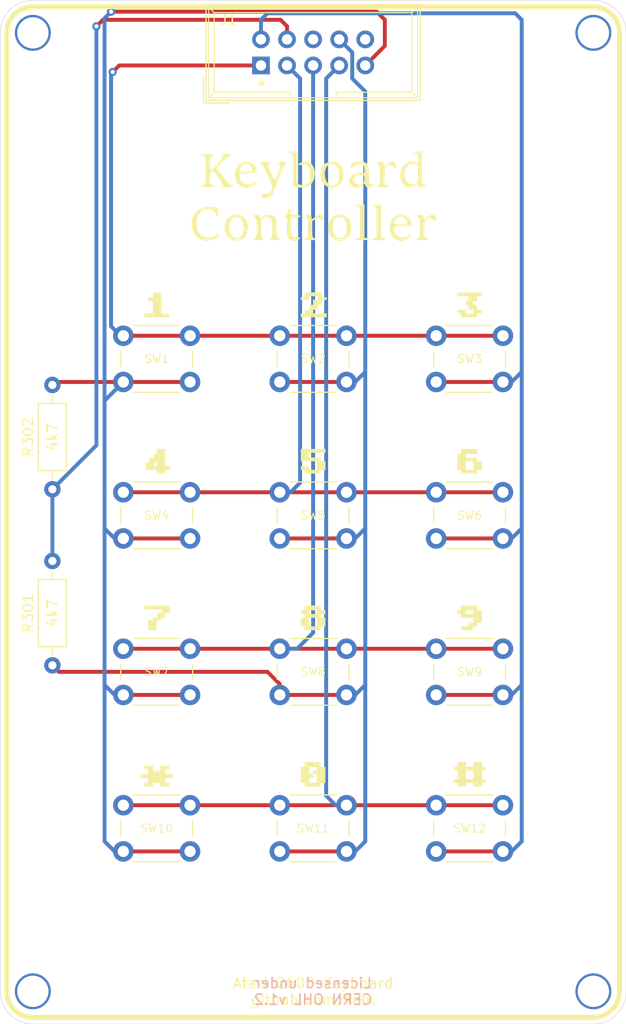
<source format=kicad_pcb>
(kicad_pcb (version 20171130) (host pcbnew "(5.1.8)-1")
  (layers (0 F.Cu signal) (31 B.Cu signal) (34 B.Paste user) (35 F.Paste user) (36 B.SilkS user) (37 F.SilkS user) (38 B.Mask user) (39 F.Mask user) (44 Edge.Cuts user))
  (net 0 "")
  (net 1 BROWN)
  (net 2 RED)
  (net 3 ORANGE)
  (net 4 YELLOW)
  (net 5 GREEN)
  (net 6 BLUE)
  (net 7 VCC)
  (net 8 WHITE)
  (module artwork:title (layer F.Cu) (at 152.4 59.055)
    (fp_text reference G*** hide)
    (fp_text value LOGO hide)
  )
  (module artwork:key_1 (layer F.Cu) (at 137.16 69.85)
    (fp_text reference G*** hide)
    (fp_text value LOGO hide)
  )
  (module artwork:key_0 (layer F.Cu) (at 152.4 115.57)
    (fp_text reference G*** hide)
    (fp_text value LOGO hide)
  )
  (module artwork:key_hash (layer F.Cu) (at 167.64 115.57)
    (fp_text reference G*** hide)
    (fp_text value LOGO hide)
  )
  (module artwork:key_9 (layer F.Cu) (at 167.64 100.33)
    (fp_text reference G*** hide)
    (fp_text value LOGO hide)
  )
  (module artwork:key_8 (layer F.Cu) (at 152.4 100.33)
    (fp_text reference G*** hide)
    (fp_text value LOGO hide)
  )
  (module artwork:key_7 (layer F.Cu) (at 137.16 100.33)
    (fp_text reference G*** hide)
    (fp_text value LOGO hide)
  )
  (module artwork:key_4 (layer F.Cu) (at 137.16 85.09)
    (fp_text reference G*** hide)
    (fp_text value LOGO hide)
  )
  (module artwork:key_6 (layer F.Cu) (at 167.64 85.09)
    (fp_text reference G*** hide)
    (fp_text value LOGO hide)
  )
  (module artwork:key_3 (layer F.Cu) (at 167.64 69.85)
    (fp_text reference G*** hide)
    (fp_text value LOGO hide)
  )
  (module artwork:key_2 (layer F.Cu) (at 152.4 69.85)
    (fp_text reference G*** hide)
    (fp_text value LOGO hide)
  )
  (module artwork:key_star (layer F.Cu) (at 137.16 115.57)
    (fp_text reference G*** hide)
    (fp_text value LOGO hide)
  )
  (module artwork:key_5 (layer F.Cu) (at 152.4 85.09)
    (fp_text reference G*** hide)
    (fp_text value LOGO hide)
  )
  (module IDC_Joystick:IDC_Joystick (layer F.Cu) (at 147.32 46.355 90)
    (fp_text reference J1 (at 4.445 -3.175 180) (layer F.SilkS))
    (fp_text value Atari_IDC)
    (pad 1 thru_hole rect (at 0 0 90) (size 1.7272 1.7272) (drill 1.016) (layers *.Cu *.Mask) (net 1 BROWN))
    (pad 2 thru_hole oval (at 0 2.54 90) (size 1.7272 1.7272) (drill 1.016) (layers *.Cu *.Mask) (net 2 RED))
    (pad 3 thru_hole oval (at 0 5.08 90) (size 1.7272 1.7272) (drill 1.016) (layers *.Cu *.Mask) (net 3 ORANGE))
    (pad 4 thru_hole oval (at 0 7.62 90) (size 1.7272 1.7272) (drill 1.016) (layers *.Cu *.Mask) (net 4 YELLOW))
    (pad 5 thru_hole oval (at 0 10.16 90) (size 1.7272 1.7272) (drill 1.016) (layers *.Cu *.Mask) (net 5 GREEN))
    (pad 6 thru_hole oval (at 2.54 0 90) (size 1.7272 1.7272) (drill 1.016) (layers *.Cu *.Mask) (net 6 BLUE))
    (pad 7 thru_hole oval (at 2.54 2.54 90) (size 1.7272 1.7272) (drill 1.016) (layers *.Cu *.Mask) (net 7 VCC))
    (pad 8 thru_hole oval (at 2.54 5.08 90) (size 1.7272 1.7272) (drill 1.016) (layers *.Cu *.Mask))
    (pad 9 thru_hole oval (at 2.54 7.62 90) (size 1.7272 1.7272) (drill 1.016) (layers *.Cu *.Mask) (net 8 WHITE))
    (pad 10 thru_hole oval (at 2.54 10.16 90) (size 1.7272 1.7272) (drill 1.016) (layers *.Cu *.Mask))
  )
  (module Resistor_THT:R_Axial_DIN0207_L6.3mm_D2.5mm_P10.16mm_Horizontal (layer F.Cu) (at 127 104.775 90)
    (fp_text reference R301 (at 5.08 -2.37 90) (layer F.SilkS))
    (fp_text value 4k7 (at 5.08 0 90) (layer F.SilkS))
    (pad 2 thru_hole oval (at 10.16 0 90) (size 1.6 1.6) (drill 0.8) (layers *.Cu *.Mask) (net 7 VCC))
    (pad 1 thru_hole circle (at 0 0 90) (size 1.6 1.6) (drill 0.8) (layers *.Cu *.Mask) (net 8 WHITE))
  )
  (module Resistor_THT:R_Axial_DIN0207_L6.3mm_D2.5mm_P10.16mm_Horizontal (layer F.Cu) (at 127 87.63 90)
    (fp_text reference R302 (at 5.08 -2.37 90) (layer F.SilkS))
    (fp_text value 4k7 (at 5.08 0 90) (layer F.SilkS))
    (pad 1 thru_hole circle (at 0 0 90) (size 1.6 1.6) (drill 0.8) (layers *.Cu *.Mask) (net 7 VCC))
    (pad 2 thru_hole oval (at 10.16 0 90) (size 1.6 1.6) (drill 0.8) (layers *.Cu *.Mask) (net 5 GREEN))
  )
  (module switch_cutout:SW_PUSH_6mm (layer F.Cu) (at 137.16 74.93)
    (fp_text reference SW1 hide)
    (fp_text value 1)
    (fp_text user %R (at 0 0) (layer F.SilkS) (effects (font (size 0.8 0.8) (thickness 0.1))))
    (pad 2 thru_hole circle (at -3.25 2.25 90) (size 2 2) (drill 1.1) (layers *.Cu *.Mask) (net 5 GREEN))
    (pad 1 thru_hole circle (at -3.25 -2.25 90) (size 2 2) (drill 1.1) (layers *.Cu *.Mask) (net 1 BROWN))
    (pad 2 thru_hole circle (at 3.25 2.25 90) (size 2 2) (drill 1.1) (layers *.Cu *.Mask) (net 5 GREEN))
    (pad 1 thru_hole circle (at 3.25 -2.25 90) (size 2 2) (drill 1.1) (layers *.Cu *.Mask) (net 1 BROWN))
  )
  (module switch_cutout:SW_PUSH_6mm (layer F.Cu) (at 152.4 74.93)
    (fp_text reference SW2 hide)
    (fp_text value 2)
    (fp_text user %R (at 0 0) (layer F.SilkS) (effects (font (size 0.8 0.8) (thickness 0.1))))
    (pad 1 thru_hole circle (at 3.25 -2.25 90) (size 2 2) (drill 1.1) (layers *.Cu *.Mask) (net 1 BROWN))
    (pad 2 thru_hole circle (at 3.25 2.25 90) (size 2 2) (drill 1.1) (layers *.Cu *.Mask) (net 8 WHITE))
    (pad 1 thru_hole circle (at -3.25 -2.25 90) (size 2 2) (drill 1.1) (layers *.Cu *.Mask) (net 1 BROWN))
    (pad 2 thru_hole circle (at -3.25 2.25 90) (size 2 2) (drill 1.1) (layers *.Cu *.Mask) (net 8 WHITE))
  )
  (module switch_cutout:SW_PUSH_6mm (layer F.Cu) (at 167.64 74.93)
    (fp_text reference SW3 hide)
    (fp_text value 3)
    (fp_text user %R (at 0 0) (layer F.SilkS) (effects (font (size 0.8 0.8) (thickness 0.1))))
    (pad 2 thru_hole circle (at -3.25 2.25 90) (size 2 2) (drill 1.1) (layers *.Cu *.Mask) (net 6 BLUE))
    (pad 1 thru_hole circle (at -3.25 -2.25 90) (size 2 2) (drill 1.1) (layers *.Cu *.Mask) (net 1 BROWN))
    (pad 2 thru_hole circle (at 3.25 2.25 90) (size 2 2) (drill 1.1) (layers *.Cu *.Mask) (net 6 BLUE))
    (pad 1 thru_hole circle (at 3.25 -2.25 90) (size 2 2) (drill 1.1) (layers *.Cu *.Mask) (net 1 BROWN))
  )
  (module switch_cutout:SW_PUSH_6mm (layer F.Cu) (at 137.16 90.17)
    (fp_text reference SW4 hide)
    (fp_text value 4)
    (fp_text user %R (at 0 0) (layer F.SilkS) (effects (font (size 0.8 0.8) (thickness 0.1))))
    (pad 1 thru_hole circle (at 3.25 -2.25 90) (size 2 2) (drill 1.1) (layers *.Cu *.Mask) (net 2 RED))
    (pad 2 thru_hole circle (at 3.25 2.25 90) (size 2 2) (drill 1.1) (layers *.Cu *.Mask) (net 5 GREEN))
    (pad 1 thru_hole circle (at -3.25 -2.25 90) (size 2 2) (drill 1.1) (layers *.Cu *.Mask) (net 2 RED))
    (pad 2 thru_hole circle (at -3.25 2.25 90) (size 2 2) (drill 1.1) (layers *.Cu *.Mask) (net 5 GREEN))
  )
  (module switch_cutout:SW_PUSH_6mm (layer F.Cu) (at 152.4 90.17)
    (fp_text reference SW5 hide)
    (fp_text value 5)
    (fp_text user %R (at 0 0) (layer F.SilkS) (effects (font (size 0.8 0.8) (thickness 0.1))))
    (pad 2 thru_hole circle (at -3.25 2.25 90) (size 2 2) (drill 1.1) (layers *.Cu *.Mask) (net 8 WHITE))
    (pad 1 thru_hole circle (at -3.25 -2.25 90) (size 2 2) (drill 1.1) (layers *.Cu *.Mask) (net 2 RED))
    (pad 2 thru_hole circle (at 3.25 2.25 90) (size 2 2) (drill 1.1) (layers *.Cu *.Mask) (net 8 WHITE))
    (pad 1 thru_hole circle (at 3.25 -2.25 90) (size 2 2) (drill 1.1) (layers *.Cu *.Mask) (net 2 RED))
  )
  (module switch_cutout:SW_PUSH_6mm (layer F.Cu) (at 167.64 90.17)
    (fp_text reference SW6 hide)
    (fp_text value 6)
    (fp_text user %R (at 0 0) (layer F.SilkS) (effects (font (size 0.8 0.8) (thickness 0.1))))
    (pad 1 thru_hole circle (at 3.25 -2.25 90) (size 2 2) (drill 1.1) (layers *.Cu *.Mask) (net 2 RED))
    (pad 2 thru_hole circle (at 3.25 2.25 90) (size 2 2) (drill 1.1) (layers *.Cu *.Mask) (net 6 BLUE))
    (pad 1 thru_hole circle (at -3.25 -2.25 90) (size 2 2) (drill 1.1) (layers *.Cu *.Mask) (net 2 RED))
    (pad 2 thru_hole circle (at -3.25 2.25 90) (size 2 2) (drill 1.1) (layers *.Cu *.Mask) (net 6 BLUE))
  )
  (module switch_cutout:SW_PUSH_6mm (layer F.Cu) (at 137.16 105.41)
    (fp_text reference SW7 hide)
    (fp_text value 7)
    (fp_text user %R (at 0 0) (layer F.SilkS) (effects (font (size 0.8 0.8) (thickness 0.1))))
    (pad 2 thru_hole circle (at -3.25 2.25 90) (size 2 2) (drill 1.1) (layers *.Cu *.Mask) (net 5 GREEN))
    (pad 1 thru_hole circle (at -3.25 -2.25 90) (size 2 2) (drill 1.1) (layers *.Cu *.Mask) (net 3 ORANGE))
    (pad 2 thru_hole circle (at 3.25 2.25 90) (size 2 2) (drill 1.1) (layers *.Cu *.Mask) (net 5 GREEN))
    (pad 1 thru_hole circle (at 3.25 -2.25 90) (size 2 2) (drill 1.1) (layers *.Cu *.Mask) (net 3 ORANGE))
  )
  (module switch_cutout:SW_PUSH_6mm (layer F.Cu) (at 152.4 105.41)
    (fp_text reference SW8 hide)
    (fp_text value 8)
    (fp_text user %R (at 0 0) (layer F.SilkS) (effects (font (size 0.8 0.8) (thickness 0.1))))
    (pad 1 thru_hole circle (at 3.25 -2.25 90) (size 2 2) (drill 1.1) (layers *.Cu *.Mask) (net 3 ORANGE))
    (pad 2 thru_hole circle (at 3.25 2.25 90) (size 2 2) (drill 1.1) (layers *.Cu *.Mask) (net 8 WHITE))
    (pad 1 thru_hole circle (at -3.25 -2.25 90) (size 2 2) (drill 1.1) (layers *.Cu *.Mask) (net 3 ORANGE))
    (pad 2 thru_hole circle (at -3.25 2.25 90) (size 2 2) (drill 1.1) (layers *.Cu *.Mask) (net 8 WHITE))
  )
  (module switch_cutout:SW_PUSH_6mm (layer F.Cu) (at 167.64 105.41)
    (fp_text reference SW9 hide)
    (fp_text value 9)
    (fp_text user %R (at 0 0) (layer F.SilkS) (effects (font (size 0.8 0.8) (thickness 0.1))))
    (pad 2 thru_hole circle (at -3.25 2.25 90) (size 2 2) (drill 1.1) (layers *.Cu *.Mask) (net 6 BLUE))
    (pad 1 thru_hole circle (at -3.25 -2.25 90) (size 2 2) (drill 1.1) (layers *.Cu *.Mask) (net 3 ORANGE))
    (pad 2 thru_hole circle (at 3.25 2.25 90) (size 2 2) (drill 1.1) (layers *.Cu *.Mask) (net 6 BLUE))
    (pad 1 thru_hole circle (at 3.25 -2.25 90) (size 2 2) (drill 1.1) (layers *.Cu *.Mask) (net 3 ORANGE))
  )
  (module switch_cutout:SW_PUSH_6mm (layer F.Cu) (at 137.16 120.65)
    (fp_text reference SW10 hide)
    (fp_text value *)
    (fp_text user %R (at 0 0) (layer F.SilkS) (effects (font (size 0.8 0.8) (thickness 0.1))))
    (pad 1 thru_hole circle (at 3.25 -2.25 90) (size 2 2) (drill 1.1) (layers *.Cu *.Mask) (net 4 YELLOW))
    (pad 2 thru_hole circle (at 3.25 2.25 90) (size 2 2) (drill 1.1) (layers *.Cu *.Mask) (net 5 GREEN))
    (pad 1 thru_hole circle (at -3.25 -2.25 90) (size 2 2) (drill 1.1) (layers *.Cu *.Mask) (net 4 YELLOW))
    (pad 2 thru_hole circle (at -3.25 2.25 90) (size 2 2) (drill 1.1) (layers *.Cu *.Mask) (net 5 GREEN))
  )
  (module switch_cutout:SW_PUSH_6mm (layer F.Cu) (at 152.4 120.65)
    (fp_text reference SW11 hide)
    (fp_text value 0)
    (fp_text user %R (at 0 0) (layer F.SilkS) (effects (font (size 0.8 0.8) (thickness 0.1))))
    (pad 2 thru_hole circle (at -3.25 2.25 90) (size 2 2) (drill 1.1) (layers *.Cu *.Mask) (net 8 WHITE))
    (pad 1 thru_hole circle (at -3.25 -2.25 90) (size 2 2) (drill 1.1) (layers *.Cu *.Mask) (net 4 YELLOW))
    (pad 2 thru_hole circle (at 3.25 2.25 90) (size 2 2) (drill 1.1) (layers *.Cu *.Mask) (net 8 WHITE))
    (pad 1 thru_hole circle (at 3.25 -2.25 90) (size 2 2) (drill 1.1) (layers *.Cu *.Mask) (net 4 YELLOW))
  )
  (module switch_cutout:SW_PUSH_6mm (layer F.Cu) (at 167.64 120.65)
    (fp_text reference SW12 hide)
    (fp_text value "#")
    (fp_text user %R (at 0 0) (layer F.SilkS) (effects (font (size 0.8 0.8) (thickness 0.1))))
    (pad 1 thru_hole circle (at 3.25 -2.25 90) (size 2 2) (drill 1.1) (layers *.Cu *.Mask) (net 4 YELLOW))
    (pad 2 thru_hole circle (at 3.25 2.25 90) (size 2 2) (drill 1.1) (layers *.Cu *.Mask) (net 6 BLUE))
    (pad 1 thru_hole circle (at -3.25 -2.25 90) (size 2 2) (drill 1.1) (layers *.Cu *.Mask) (net 4 YELLOW))
    (pad 2 thru_hole circle (at -3.25 2.25 90) (size 2 2) (drill 1.1) (layers *.Cu *.Mask) (net 6 BLUE))
  )
  (module mounting:M3_pin (layer F.Cu) (at 125.095 136.525)
    (fp_text reference M1 hide)
    (fp_text value Mounting hide)
    (pad 1 thru_hole circle (at 0 0) (size 3.5 3.5) (drill 3.048) (layers *.Cu *.Mask))
  )
  (module mounting:M3_pin (layer F.Cu) (at 179.705 136.525)
    (fp_text reference M2 hide)
    (fp_text value Mounting hide)
    (pad 1 thru_hole circle (at 0 0) (size 3.5 3.5) (drill 3.048) (layers *.Cu *.Mask))
  )
  (module mounting:M3_pin (layer F.Cu) (at 179.705 43.18)
    (fp_text reference M3 hide)
    (fp_text value Mounting hide)
    (pad 1 thru_hole circle (at 0 0) (size 3.5 3.5) (drill 3.048) (layers *.Cu *.Mask))
  )
  (module mounting:M3_pin (layer F.Cu) (at 125.095 43.18)
    (fp_text reference M4 hide)
    (fp_text value Mounting hide)
    (pad 1 thru_hole circle (at 0 0) (size 3.5 3.5) (drill 3.048) (layers *.Cu *.Mask))
  )
  (gr_text "Licensed under\nCERN OHL v1.2" (at 152.4 136.525) (layer B.SilkS) (effects (font (size 1 1)) (justify mirror)))
  (gr_line (start 122.555 136.525) (end 122.555 43.18) (layer F.SilkS) (width 0.5))
  (gr_line (start 179.705 139.065) (end 125.095 139.065) (layer F.SilkS) (width 0.5))
  (gr_line (start 182.245 43.18) (end 182.245 136.525) (layer F.SilkS) (width 0.5))
  (gr_line (start 125.095 40.64) (end 179.705 40.64) (layer F.SilkS) (width 0.5))
  (gr_arc (start 125.095 136.525) (end 122.555 136.525) (angle -90) (layer F.SilkS) (width 0.5))
  (gr_arc (start 179.705 136.525) (end 179.705 139.065) (angle -90) (layer F.SilkS) (width 0.5))
  (gr_arc (start 179.705 43.18) (end 182.245 43.18) (angle -90) (layer F.SilkS) (width 0.5))
  (gr_arc (start 125.095 43.18) (end 125.095 40.64) (angle -90) (layer F.SilkS) (width 0.5))
  (gr_text "Atari 2600 Keyboard\ngithub.com/tebl" (at 152.4 136.525) (layer F.SilkS) (effects (font (size 1 1))))
  (gr_line (start 125.095 139.7) (end 179.705 139.7) (layer Edge.Cuts) (width 0.05))
  (gr_line (start 121.92 43.18) (end 121.92 136.525) (layer Edge.Cuts) (width 0.05))
  (gr_line (start 179.705 40.005) (end 125.095 40.005) (layer Edge.Cuts) (width 0.05))
  (gr_line (start 182.88 43.18) (end 182.88 136.525) (layer Edge.Cuts) (width 0.05))
  (gr_arc (start 179.705 136.525) (end 179.705 139.7) (angle -90) (layer Edge.Cuts) (width 0.05))
  (gr_arc (start 125.095 136.525) (end 121.92 136.525) (angle -90) (layer Edge.Cuts) (width 0.05))
  (gr_arc (start 125.095 43.18) (end 125.095 40.005) (angle -90) (layer Edge.Cuts) (width 0.05))
  (gr_arc (start 179.705 43.18) (end 182.88 43.18) (angle -90) (layer Edge.Cuts) (width 0.05))
  (segment (start 133.91 72.68) (end 140.41 72.68) (width 0.381) (layer F.Cu) (net 1))
  (segment (start 140.41 72.68) (end 149.15 72.68) (width 0.381) (layer F.Cu) (net 1))
  (segment (start 149.15 72.68) (end 155.65 72.68) (width 0.381) (layer F.Cu) (net 1))
  (segment (start 155.65 72.68) (end 164.39 72.68) (width 0.381) (layer F.Cu) (net 1))
  (segment (start 170.89 72.68) (end 164.39 72.68) (width 0.381) (layer F.Cu) (net 1))
  (segment (start 133.91 72.68) (end 133.64 72.68) (width 0.381) (layer B.Cu) (net 1))
  (segment (start 133.64 72.68) (end 132.715 71.755) (width 0.381) (layer B.Cu) (net 1))
  (via (at 132.8705 46.99) (size 0.8) (drill 0.4) (layers F.Cu B.Cu) (net 1))
  (segment (start 132.715 47.1455) (end 132.8705 46.99) (width 0.381) (layer B.Cu) (net 1))
  (segment (start 132.715 71.755) (end 132.715 47.1455) (width 0.381) (layer B.Cu) (net 1))
  (segment (start 133.5055 46.355) (end 147.32 46.355) (width 0.381) (layer F.Cu) (net 1))
  (segment (start 132.8705 46.99) (end 133.5055 46.355) (width 0.381) (layer F.Cu) (net 1))
  (segment (start 170.89 87.92) (end 164.39 87.92) (width 0.381) (layer F.Cu) (net 2))
  (segment (start 164.39 87.92) (end 155.65 87.92) (width 0.381) (layer F.Cu) (net 2))
  (segment (start 155.65 87.92) (end 149.15 87.92) (width 0.381) (layer F.Cu) (net 2))
  (segment (start 149.15 87.92) (end 140.41 87.92) (width 0.381) (layer F.Cu) (net 2))
  (segment (start 140.41 87.92) (end 133.91 87.92) (width 0.381) (layer F.Cu) (net 2))
  (segment (start 151.13 47.625) (end 149.86 46.355) (width 0.381) (layer B.Cu) (net 2))
  (segment (start 151.13 86.995) (end 151.13 47.625) (width 0.381) (layer B.Cu) (net 2))
  (segment (start 150.205 87.92) (end 151.13 86.995) (width 0.381) (layer B.Cu) (net 2))
  (segment (start 149.15 87.92) (end 150.205 87.92) (width 0.381) (layer B.Cu) (net 2))
  (segment (start 133.91 103.16) (end 140.41 103.16) (width 0.381) (layer F.Cu) (net 3))
  (segment (start 140.41 103.16) (end 149.15 103.16) (width 0.381) (layer F.Cu) (net 3))
  (segment (start 149.15 103.16) (end 155.65 103.16) (width 0.381) (layer F.Cu) (net 3))
  (segment (start 155.65 103.16) (end 164.39 103.16) (width 0.381) (layer F.Cu) (net 3))
  (segment (start 164.39 103.16) (end 170.89 103.16) (width 0.381) (layer F.Cu) (net 3))
  (segment (start 152.4 101.6) (end 152.4 46.355) (width 0.381) (layer B.Cu) (net 3))
  (segment (start 150.84 103.16) (end 152.4 101.6) (width 0.381) (layer B.Cu) (net 3))
  (segment (start 149.15 103.16) (end 150.84 103.16) (width 0.381) (layer B.Cu) (net 3))
  (segment (start 170.89 118.4) (end 164.39 118.4) (width 0.381) (layer F.Cu) (net 4))
  (segment (start 164.39 118.4) (end 155.65 118.4) (width 0.381) (layer F.Cu) (net 4))
  (segment (start 155.65 118.4) (end 149.15 118.4) (width 0.381) (layer F.Cu) (net 4))
  (segment (start 149.15 118.4) (end 140.41 118.4) (width 0.381) (layer F.Cu) (net 4))
  (segment (start 140.41 118.4) (end 133.91 118.4) (width 0.381) (layer F.Cu) (net 4))
  (segment (start 155.65 118.4) (end 154.595 118.4) (width 0.381) (layer B.Cu) (net 4))
  (segment (start 154.595 118.4) (end 153.67 117.475) (width 0.381) (layer B.Cu) (net 4))
  (segment (start 153.67 47.625) (end 154.94 46.355) (width 0.381) (layer B.Cu) (net 4))
  (segment (start 153.67 117.475) (end 153.67 47.625) (width 0.381) (layer B.Cu) (net 4))
  (segment (start 140.41 77.18) (end 133.91 77.18) (width 0.381) (layer F.Cu) (net 5))
  (segment (start 127.29 77.18) (end 127 77.47) (width 0.381) (layer B.Cu) (net 5))
  (segment (start 133.91 77.18) (end 127.29 77.18) (width 0.381) (layer F.Cu) (net 5))
  (segment (start 140.41 92.42) (end 133.91 92.42) (width 0.381) (layer F.Cu) (net 5))
  (segment (start 133.91 122.9) (end 140.41 122.9) (width 0.381) (layer F.Cu) (net 5))
  (segment (start 133.91 107.66) (end 140.41 107.66) (width 0.381) (layer F.Cu) (net 5))
  (segment (start 132.08 121.92) (end 132.08 109.49) (width 0.381) (layer B.Cu) (net 5))
  (segment (start 133.06 122.9) (end 132.08 121.92) (width 0.381) (layer B.Cu) (net 5))
  (segment (start 133.91 122.9) (end 133.06 122.9) (width 0.381) (layer B.Cu) (net 5))
  (segment (start 133.06 107.66) (end 132.08 106.68) (width 0.381) (layer B.Cu) (net 5))
  (segment (start 133.91 107.66) (end 133.06 107.66) (width 0.381) (layer B.Cu) (net 5))
  (segment (start 132.08 106.68) (end 132.08 94.25) (width 0.381) (layer B.Cu) (net 5))
  (segment (start 132.08 109.49) (end 132.08 106.68) (width 0.381) (layer B.Cu) (net 5))
  (segment (start 132.08 79.01) (end 133.91 77.18) (width 0.381) (layer B.Cu) (net 5))
  (segment (start 133.06 92.42) (end 132.08 91.44) (width 0.381) (layer B.Cu) (net 5))
  (segment (start 133.91 92.42) (end 133.06 92.42) (width 0.381) (layer B.Cu) (net 5))
  (segment (start 132.08 91.44) (end 132.08 79.01) (width 0.381) (layer B.Cu) (net 5))
  (segment (start 132.08 94.25) (end 132.08 91.44) (width 0.381) (layer B.Cu) (net 5))
  (segment (start 157.48 46.355) (end 159.385 44.45) (width 0.381) (layer F.Cu) (net 5))
  (via (at 132.715 41.11949) (size 0.8) (drill 0.4) (layers F.Cu B.Cu) (net 5))
  (segment (start 159.385 41.91) (end 158.59449 41.11949) (width 0.381) (layer F.Cu) (net 5))
  (segment (start 132.08 79.01) (end 132.08 41.75449) (width 0.381) (layer B.Cu) (net 5))
  (segment (start 132.08 41.75449) (end 132.715 41.11949) (width 0.381) (layer B.Cu) (net 5))
  (segment (start 159.385 44.45) (end 159.385 41.91) (width 0.381) (layer F.Cu) (net 5))
  (segment (start 158.59449 41.11949) (end 132.715 41.11949) (width 0.381) (layer F.Cu) (net 5))
  (segment (start 164.39 92.42) (end 170.89 92.42) (width 0.381) (layer F.Cu) (net 6))
  (segment (start 164.39 107.66) (end 170.89 107.66) (width 0.381) (layer F.Cu) (net 6))
  (segment (start 164.39 122.9) (end 170.89 122.9) (width 0.381) (layer F.Cu) (net 6))
  (segment (start 164.39 77.18) (end 170.89 77.18) (width 0.381) (layer F.Cu) (net 6))
  (segment (start 170.89 122.9) (end 171.74 122.9) (width 0.381) (layer B.Cu) (net 6))
  (segment (start 171.74 122.9) (end 172.72 121.92) (width 0.381) (layer B.Cu) (net 6))
  (segment (start 171.74 107.66) (end 172.72 106.68) (width 0.381) (layer B.Cu) (net 6))
  (segment (start 170.89 107.66) (end 171.74 107.66) (width 0.381) (layer B.Cu) (net 6))
  (segment (start 172.72 106.68) (end 172.72 99.06) (width 0.381) (layer B.Cu) (net 6))
  (segment (start 172.72 121.92) (end 172.72 106.68) (width 0.381) (layer B.Cu) (net 6))
  (segment (start 171.74 92.42) (end 172.72 91.44) (width 0.381) (layer B.Cu) (net 6))
  (segment (start 172.72 91.44) (end 172.72 89.535) (width 0.381) (layer B.Cu) (net 6))
  (segment (start 170.89 92.42) (end 171.74 92.42) (width 0.381) (layer B.Cu) (net 6))
  (segment (start 172.72 99.06) (end 172.72 91.44) (width 0.381) (layer B.Cu) (net 6))
  (segment (start 171.74 77.18) (end 172.72 76.2) (width 0.381) (layer B.Cu) (net 6))
  (segment (start 170.89 77.18) (end 171.74 77.18) (width 0.381) (layer B.Cu) (net 6))
  (segment (start 172.72 89.535) (end 172.72 76.2) (width 0.381) (layer B.Cu) (net 6))
  (segment (start 147.32 41.91) (end 147.32 43.815) (width 0.381) (layer B.Cu) (net 6))
  (segment (start 147.955 41.275) (end 147.32 41.91) (width 0.381) (layer B.Cu) (net 6))
  (segment (start 172.085 41.275) (end 147.955 41.275) (width 0.381) (layer B.Cu) (net 6))
  (segment (start 172.72 41.91) (end 172.085 41.275) (width 0.381) (layer B.Cu) (net 6))
  (segment (start 172.72 76.2) (end 172.72 41.91) (width 0.381) (layer B.Cu) (net 6))
  (segment (start 127 92.71) (end 127 87.63) (width 0.381) (layer B.Cu) (net 7))
  (segment (start 127 92.71) (end 127 94.615) (width 0.381) (layer B.Cu) (net 7))
  (via (at 131.2895 42.545) (size 0.8) (drill 0.4) (layers F.Cu B.Cu) (net 7))
  (segment (start 131.2895 83.3405) (end 131.2895 42.545) (width 0.381) (layer B.Cu) (net 7))
  (segment (start 127 87.63) (end 131.2895 83.3405) (width 0.381) (layer B.Cu) (net 7))
  (segment (start 131.9245 41.91) (end 131.2895 42.545) (width 0.381) (layer F.Cu) (net 7))
  (segment (start 149.86 42.545) (end 149.225 41.91) (width 0.381) (layer F.Cu) (net 7))
  (segment (start 149.225 41.91) (end 131.9245 41.91) (width 0.381) (layer F.Cu) (net 7))
  (segment (start 149.86 43.815) (end 149.86 42.545) (width 0.381) (layer F.Cu) (net 7))
  (segment (start 149.15 122.9) (end 155.65 122.9) (width 0.381) (layer F.Cu) (net 8))
  (segment (start 149.15 107.66) (end 155.65 107.66) (width 0.381) (layer F.Cu) (net 8))
  (segment (start 149.15 92.42) (end 155.65 92.42) (width 0.381) (layer F.Cu) (net 8))
  (segment (start 149.15 77.18) (end 155.65 77.18) (width 0.381) (layer F.Cu) (net 8))
  (segment (start 156.5 122.9) (end 157.48 121.92) (width 0.381) (layer B.Cu) (net 8))
  (segment (start 155.65 122.9) (end 156.5 122.9) (width 0.381) (layer F.Cu) (net 8))
  (segment (start 155.65 77.18) (end 156.5 77.18) (width 0.381) (layer F.Cu) (net 8))
  (segment (start 156.5 92.42) (end 157.48 91.44) (width 0.381) (layer B.Cu) (net 8))
  (segment (start 155.65 92.42) (end 156.5 92.42) (width 0.381) (layer F.Cu) (net 8))
  (segment (start 157.48 91.44) (end 157.48 76.2) (width 0.381) (layer B.Cu) (net 8))
  (segment (start 156.5 107.66) (end 157.48 106.68) (width 0.381) (layer B.Cu) (net 8))
  (segment (start 155.65 107.66) (end 156.5 107.66) (width 0.381) (layer F.Cu) (net 8))
  (segment (start 157.48 106.68) (end 157.48 91.44) (width 0.381) (layer B.Cu) (net 8))
  (segment (start 157.48 121.92) (end 157.48 106.68) (width 0.381) (layer B.Cu) (net 8))
  (segment (start 127.635 105.41) (end 127 104.775) (width 0.381) (layer F.Cu) (net 8))
  (segment (start 147.955 105.41) (end 127.635 105.41) (width 0.381) (layer F.Cu) (net 8))
  (segment (start 149.15 106.605) (end 147.955 105.41) (width 0.381) (layer F.Cu) (net 8))
  (segment (start 149.15 107.66) (end 149.15 106.605) (width 0.381) (layer F.Cu) (net 8))
  (segment (start 156.5 77.18) (end 157.48 76.2) (width 0.381) (layer B.Cu) (net 8))
  (segment (start 155.65 77.18) (end 156.5 77.18) (width 0.381) (layer B.Cu) (net 8))
  (segment (start 157.48 76.2) (end 157.48 48.895) (width 0.381) (layer B.Cu) (net 8))
  (segment (start 157.48 48.895) (end 156.21 47.625) (width 0.381) (layer B.Cu) (net 8))
  (segment (start 156.21 45.085) (end 154.94 43.815) (width 0.381) (layer B.Cu) (net 8))
  (segment (start 156.21 47.625) (end 156.21 45.085) (width 0.381) (layer B.Cu) (net 8))
)
</source>
